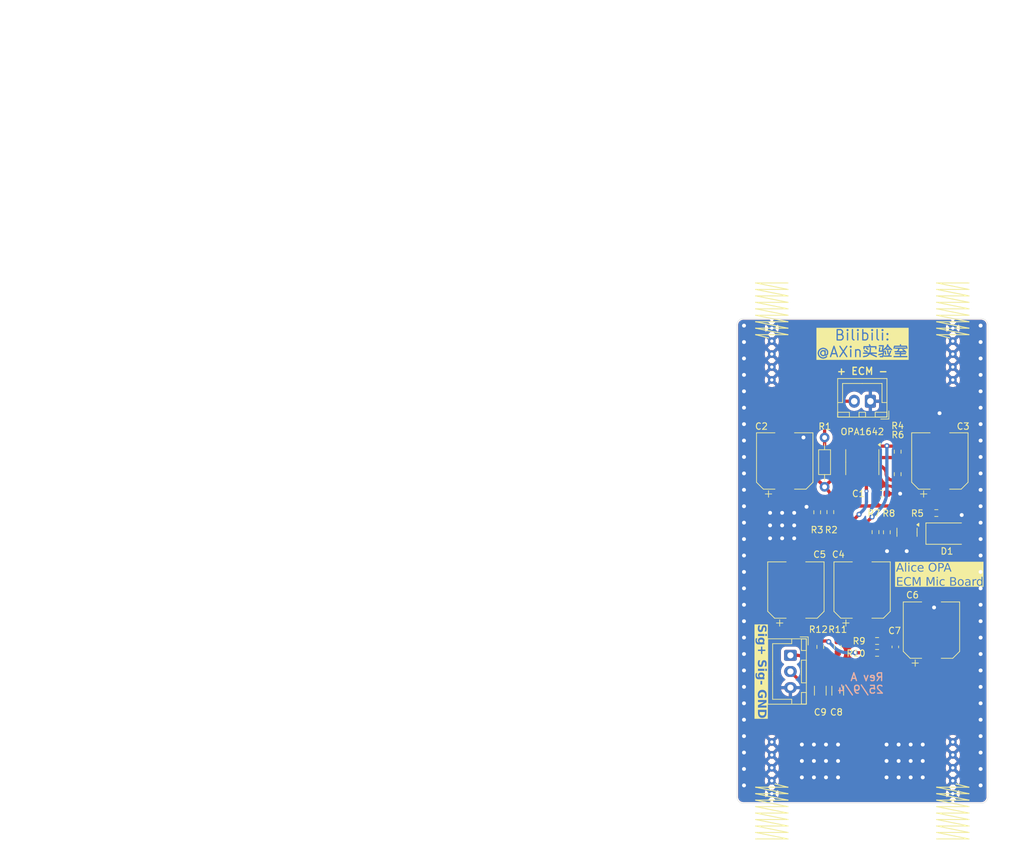
<source format=kicad_pcb>
(kicad_pcb (version 20241229) (generator "pcbnew") (generator_version "9.0")
  (title_block (title "OPA_Alice_ECM_Microphone") (date "2025-09-05") (rev "V1.0") (company "AXin实验室"))
  (layers (0 "F.Cu" signal) (2 "B.Cu" signal) (13 "F.Paste" user) (15 "B.Paste" user) (5 "F.SilkS" user "F.Silkscreen") (7 "B.SilkS" user "B.Silkscreen") (1 "F.Mask" user) (3 "B.Mask" user) (25 "Edge.Cuts" user))
  (net 0 "")
  (net 1 "+12V")
  (net 2 "GNDREF")
  (net 3 "GND")
  (net 4 "Net-(C4-Pad1)")
  (net 5 "/Signal_Output_+")
  (net 6 "Net-(C5-Pad1)")
  (net 7 "/Signal_Output_-")
  (net 8 "VCC")
  (net 9 "/XLR_2")
  (net 10 "/XLR_3")
  (net 11 "Net-(U1B--)")
  (net 12 "Net-(U2-REF)")
  (net 13 "Net-(MK1-+)")
  (footprint "Connector_JST:JST_XH_B3B-XH-A_1x03_P2.50mm_Vertical" (layer "F.Cu") (at 123.4825 102.8 -90)
    (property "Reference" "J1" (hide yes))
    (property "Value" "XLR")
    (pad "1" thru_hole roundrect (at 0 0 270) (size 1.7 1.95) (drill 0.95) (layers "*.Cu" "*.Mask") (roundrect_rratio 0.147059) (net 10 "/XLR_3"))
    (pad "2" thru_hole oval (at 2.5 0 270) (size 1.7 1.95) (drill 0.95) (layers "*.Cu" "*.Mask") (net 9 "/XLR_2"))
    (pad "3" thru_hole oval (at 5 0 270) (size 1.7 1.95) (drill 0.95) (layers "*.Cu" "*.Mask") (net 3 "GND"))
  )
  (footprint "Diode_SMD:D_SMA" (layer "F.Cu") (at 147.945 83.971)
    (property "Reference" "D1" (at -0.254 2.729 0) (layer "F.SilkS"))
    (property "Value" "12V")
    (pad "1" smd roundrect (at -2.000001 0) (size 2.5 1.8) (layers "F.Cu" "F.Mask" "F.Paste") (roundrect_rratio 0.1388888889) (net 8 "VCC"))
    (pad "2" smd roundrect (at 2.000001 0) (size 2.5 1.8) (layers "F.Cu" "F.Mask" "F.Paste") (roundrect_rratio 0.1388888889) (net 3 "GND"))
  )
  (footprint "" (layer "F.Cu") (at 120.6 124.2)
    (property "Reference" "" (at 0 0 0) (layer "F.SilkS") (effects (font (size 1.27 1.27))))
    (property "Value" "")
    (pad "1" thru_hole circle (at 0 0 90) (size 1.2 1.2) (drill 0.5) (layers "*.Cu" "*.Mask") (net 3 "GND"))
  )
  (footprint "" (layer "F.Cu") (at 148.6 52.3)
    (property "Reference" "" (at 0 0 0) (layer "F.SilkS") (effects (font (size 1.27 1.27))))
    (property "Value" "")
    (pad "1" thru_hole circle (at 0 -0.1 90) (size 1.2 1.2) (drill 0.5) (layers "*.Cu" "*.Mask") (net 3 "GND"))
  )
  (footprint "Resistor_SMD:R_0603_1608Metric_Pad0.98x0.95mm_HandSolder" (layer "F.Cu") (at 140.071 74.78 -90)
    (property "Reference" "R6" (at -6.08 -0.029 180) (layer "F.SilkS"))
    (property "Value" "2.2k")
    (pad "1" smd roundrect (at -0.9125 0 270) (size 0.975 0.95) (layers "F.Cu" "F.Mask" "F.Paste") (net 11 "Net-(U1B--)"))
    (pad "2" smd roundrect (at 0.9125 0 270) (size 0.975 0.95) (layers "F.Cu" "F.Mask" "F.Paste") (net 7 "/Signal_Output_-"))
  )
  (footprint "custom_connector:F5-9-0.4直筒内绕平行针_触摸弹簧" (layer "F.Cu") (at 148.6 122.2 -90)
    (property "Reference" "J8" (hide yes))
    (property "Value" "Conn_01x01_Pin")
    (pad "1" thru_hole circle (at 0 0 270) (size 1.2 1.2) (drill 0.5) (layers "*.Cu" "*.Mask") (net 3 "GND"))
  )
  (footprint "" (layer "F.Cu") (at 120.6 58.1)
    (property "Reference" "" (at 0 0 0) (layer "F.SilkS") (effects (font (size 1.27 1.27))))
    (property "Value" "")
    (pad "1" thru_hole circle (at 0 0.1 90) (size 1.2 1.2) (drill 0.5) (layers "*.Cu" "*.Mask") (net 3 "GND"))
  )
  (footprint "" (layer "F.Cu") (at 120.6 60.3)
    (property "Reference" "" (at 0 0 0) (layer "F.SilkS") (effects (font (size 1.27 1.27))))
    (property "Value" "")
    (pad "1" thru_hole circle (at 0 -0.1 90) (size 1.2 1.2) (drill 0.5) (layers "*.Cu" "*.Mask") (net 3 "GND"))
  )
  (footprint "" (layer "F.Cu") (at 120.6 116.3)
    (property "Reference" "" (at 0 0 0) (layer "F.SilkS") (effects (font (size 1.27 1.27))))
    (property "Value" "")
    (pad "1" thru_hole circle (at 0 -0.1 90) (size 1.2 1.2) (drill 0.5) (layers "*.Cu" "*.Mask") (net 3 "GND"))
  )
  (footprint "" (layer "F.Cu") (at 148.6 116.3)
    (property "Reference" "" (at 0 0 0) (layer "F.SilkS") (effects (font (size 1.27 1.27))))
    (property "Value" "")
    (pad "1" thru_hole circle (at 0 -0.1 90) (size 1.2 1.2) (drill 0.5) (layers "*.Cu" "*.Mask") (net 3 "GND"))
  )
  (footprint "custom_connector:F5-9-0.4直筒内绕平行针_触摸弹簧" (layer "F.Cu") (at 148.6 54.2 90)
    (property "Reference" "J7" (hide yes))
    (property "Value" "Conn_01x01_Pin")
    (pad "1" thru_hole circle (at 0 0 90) (size 1.2 1.2) (drill 0.5) (layers "*.Cu" "*.Mask") (net 3 "GND"))
  )
  (footprint "Resistor_SMD:R_0603_1608Metric_Pad0.98x0.95mm_HandSolder" (layer "F.Cu") (at 129.657 80.6455 90)
    (property "Reference" "R2" (at -2.7545 0.143 180) (layer "F.SilkS"))
    (property "Value" "47k")
    (pad "1" smd roundrect (at -0.9125 0 90) (size 0.975 0.95) (layers "F.Cu" "F.Mask" "F.Paste") (net 1 "+12V"))
    (pad "2" smd roundrect (at 0.9125 0 90) (size 0.975 0.95) (layers "F.Cu" "F.Mask" "F.Paste") (net 2 "GNDREF"))
  )
  (footprint "custom_connector:F5-9-0.4直筒内绕平行针_触摸弹簧" (layer "F.Cu") (at 120.6 122.2 -90)
    (property "Reference" "J9" (hide yes))
    (property "Value" "Conn_01x01_Pin")
    (pad "1" thru_hole circle (at 0 0 270) (size 1.2 1.2) (drill 0.5) (layers "*.Cu" "*.Mask") (net 3 "GND"))
  )
  (footprint "Resistor_SMD:R_0603_1608Metric_Pad0.98x0.95mm_HandSolder" (layer "F.Cu") (at 130.8 101.5 -90)
    (property "Reference" "R11" (at -2.7 0 0) (layer "F.SilkS"))
    (property "Value" "47")
    (pad "1" smd roundrect (at -0.9125 0 270) (size 0.975 0.95) (layers "F.Cu" "F.Mask" "F.Paste") (net 4 "Net-(C4-Pad1)"))
    (pad "2" smd roundrect (at 0.9125 0 270) (size 0.975 0.95) (layers "F.Cu" "F.Mask" "F.Paste") (net 9 "/XLR_2"))
  )
  (footprint "Package_SO:SOIC-8_3.9x4.9mm_P1.27mm" (layer "F.Cu") (at 134.6 72.922 -90)
    (property "Reference" "U1" (hide yes))
    (property "Value" "OPA1642AIDR")
    (pad "1" smd roundrect (at -2.475 -1.905 270) (size 1.95 0.6) (layers "F.Cu" "F.Mask" "F.Paste") (net 5 "/Signal_Output_+"))
    (pad "2" smd roundrect (at -2.475 -0.635 270) (size 1.95 0.6) (layers "F.Cu" "F.Mask" "F.Paste") (net 5 "/Signal_Output_+"))
    (pad "3" smd roundrect (at -2.475 0.635 270) (size 1.95 0.6) (layers "F.Cu" "F.Mask" "F.Paste") (net 13 "Net-(MK1-+)"))
    (pad "4" smd roundrect (at -2.475 1.905 270) (size 1.95 0.6) (layers "F.Cu" "F.Mask" "F.Paste") (net 3 "GND"))
    (pad "5" smd roundrect (at 2.475 1.905 270) (size 1.95 0.6) (layers "F.Cu" "F.Mask" "F.Paste") (net 2 "GNDREF"))
    (pad "6" smd roundrect (at 2.475 0.635 270) (size 1.95 0.6) (layers "F.Cu" "F.Mask" "F.Paste") (net 11 "Net-(U1B--)"))
    (pad "7" smd roundrect (at 2.475 -0.635 270) (size 1.95 0.6) (layers "F.Cu" "F.Mask" "F.Paste") (net 7 "/Signal_Output_-"))
    (pad "8" smd roundrect (at 2.475 -1.905 270) (size 1.95 0.6) (layers "F.Cu" "F.Mask" "F.Paste") (net 1 "+12V"))
  )
  (footprint "Resistor_THT:R_Axial_DIN0204_L3.6mm_D1.6mm_P7.62mm_Horizontal" (layer "F.Cu") (at 128.768 69.112 -90)
    (property "Reference" "R1" (at -1.712 -0.032 180) (layer "F.SilkS"))
    (property "Value" "1G")
    (pad "1" thru_hole circle (at 0 0 270) (size 1.5 1.5) (drill 0.75) (layers "*.Cu" "*.Mask") (net 13 "Net-(MK1-+)"))
    (pad "2" thru_hole circle (at 7.62 0 270) (size 1.5 1.5) (drill 0.75) (layers "*.Cu" "*.Mask") (net 2 "GNDREF"))
  )
  (footprint "Resistor_SMD:R_0603_1608Metric_Pad0.98x0.95mm_HandSolder" (layer "F.Cu") (at 136.8875 100.58)
    (property "Reference" "R9" (at -2.7875 0.02 0) (layer "F.SilkS"))
    (property "Value" "2.2k")
    (pad "1" smd roundrect (at -0.9125 0) (size 0.975 0.95) (layers "F.Cu" "F.Mask" "F.Paste") (net 4 "Net-(C4-Pad1)"))
    (pad "2" smd roundrect (at 0.9125 0) (size 0.975 0.95) (layers "F.Cu" "F.Mask" "F.Paste") (net 8 "VCC"))
  )
  (footprint "" (layer "F.Cu") (at 148.6 118.6)
    (property "Reference" "" (at 0 0 0) (layer "F.SilkS") (effects (font (size 1.27 1.27))))
    (property "Value" "")
    (pad "1" thru_hole circle (at 0 -0.4 90) (size 1.2 1.2) (drill 0.5) (layers "*.Cu" "*.Mask") (net 3 "GND"))
  )
  (footprint "Resistor_SMD:R_0603_1608Metric_Pad0.98x0.95mm_HandSolder" (layer "F.Cu") (at 140.071 71.3 -90)
    (property "Reference" "R4" (at -4 0 180) (layer "F.SilkS"))
    (property "Value" "2.2k")
    (pad "1" smd roundrect (at -0.9125 0 270) (size 0.975 0.95) (layers "F.Cu" "F.Mask" "F.Paste") (net 5 "/Signal_Output_+"))
    (pad "2" smd roundrect (at 0.9125 0 270) (size 0.975 0.95) (layers "F.Cu" "F.Mask" "F.Paste") (net 11 "Net-(U1B--)"))
  )
  (footprint "Capacitor_SMD:C_0603_1608Metric_Pad1.08x0.95mm_HandSolder" (layer "F.Cu") (at 137.5575 77.796 180)
    (property "Reference" "C1" (at 3.5575 -0.004 0) (layer "F.SilkS"))
    (property "Value" "0.1uF")
    (pad "1" smd roundrect (at -0.8625 0 180) (size 1.075 0.95) (layers "F.Cu" "F.Mask" "F.Paste") (net 3 "GND"))
    (pad "2" smd roundrect (at 0.8625 0 180) (size 1.075 0.95) (layers "F.Cu" "F.Mask" "F.Paste") (net 1 "+12V"))
  )
  (footprint "Connector_JST:JST_XH_B2B-XH-A_1x02_P2.50mm_Vertical" (layer "F.Cu") (at 135.85 63.5 180)
    (property "Reference" "MK1" (hide yes))
    (property "Value" "ECM")
    (pad "1" thru_hole roundrect (at 0 0 180) (size 1.7 2) (drill 1) (layers "*.Cu" "*.Mask") (roundrect_rratio 0.147059) (net 3 "GND"))
    (pad "2" thru_hole oval (at 2.5 0 180) (size 1.7 2) (drill 1) (layers "*.Cu" "*.Mask") (net 13 "Net-(MK1-+)"))
  )
  (footprint "custom_connector:F5-9-0.4直筒内绕平行针_触摸弹簧" (layer "F.Cu") (at 120.6 54.2 90)
    (property "Reference" "J6" (hide yes))
    (property "Value" "Conn_01x01_Pin")
    (pad "1" thru_hole circle (at 0 0 90) (size 1.2 1.2) (drill 0.5) (layers "*.Cu" "*.Mask") (net 3 "GND"))
  )
  (footprint "" (layer "F.Cu") (at 148.6 120.7)
    (property "Reference" "" (at 0 0 0) (layer "F.SilkS") (effects (font (size 1.27 1.27))))
    (property "Value" "")
    (pad "1" thru_hole circle (at 0 -0.5 90) (size 1.2 1.2) (drill 0.5) (layers "*.Cu" "*.Mask") (net 3 "GND"))
  )
  (footprint "" (layer "F.Cu") (at 148.6 58.1)
    (property "Reference" "" (at 0 0 0) (layer "F.SilkS") (effects (font (size 1.27 1.27))))
    (property "Value" "")
    (pad "1" thru_hole circle (at 0 0.1 90) (size 1.2 1.2) (drill 0.5) (layers "*.Cu" "*.Mask") (net 3 "GND"))
  )
  (footprint "" (layer "F.Cu") (at 120.6 56.4)
    (property "Reference" "" (at 0 0 0) (layer "F.SilkS") (effects (font (size 1.27 1.27))))
    (property "Value" "")
    (pad "1" thru_hole circle (at 0 -0.2 90) (size 1.2 1.2) (drill 0.5) (layers "*.Cu" "*.Mask") (net 3 "GND"))
  )
  (footprint "Capacitor_SMD:CP_Elec_8x10.5" (layer "F.Cu") (at 145.2975 98.8975 90)
    (property "Reference" "C6" (at 5.426 -2.935 180) (layer "F.SilkS"))
    (property "Value" "47uF")
    (pad "1" smd roundrect (at -3.7 0 90) (size 4.4 2.5) (layers "F.Cu" "F.Mask" "F.Paste") (roundrect_rratio 0.1) (net 8 "VCC"))
    (pad "2" smd roundrect (at 3.7 0 90) (size 4.4 2.5) (layers "F.Cu" "F.Mask" "F.Paste") (roundrect_rratio 0.1) (net 3 "GND"))
  )
  (footprint "" (layer "F.Cu") (at 120.6 52)
    (property "Reference" "" (at 0 0 0) (layer "F.SilkS") (effects (font (size 1.27 1.27))))
    (property "Value" "")
    (pad "1" thru_hole circle (at 0 0.2 90) (size 1.2 1.2) (drill 0.5) (layers "*.Cu" "*.Mask") (net 3 "GND"))
  )
  (footprint "Resistor_SMD:R_0603_1608Metric_Pad0.98x0.95mm_HandSolder" (layer "F.Cu") (at 127.625 80.669 90)
    (property "Reference" "R3" (at -2.731 -0.025 180) (layer "F.SilkS"))
    (property "Value" "47k")
    (pad "1" smd roundrect (at -0.9125 0 90) (size 0.975 0.95) (layers "F.Cu" "F.Mask" "F.Paste") (net 2 "GNDREF"))
    (pad "2" smd roundrect (at 0.9125 0 90) (size 0.975 0.95) (layers "F.Cu" "F.Mask" "F.Paste") (net 3 "GND"))
  )
  (footprint "Capacitor_SMD:CP_Elec_8x10.5" (layer "F.Cu") (at 124.33 92.7 90)
    (property "Reference" "C5" (at 5.5 3.67 180) (layer "F.SilkS"))
    (property "Value" "47uF")
    (pad "1" smd roundrect (at -3.7 0 90) (size 4.4 2.5) (layers "F.Cu" "F.Mask" "F.Paste") (roundrect_rratio 0.1) (net 6 "Net-(C5-Pad1)"))
    (pad "2" smd roundrect (at 3.7 0 90) (size 4.4 2.5) (layers "F.Cu" "F.Mask" "F.Paste") (roundrect_rratio 0.1) (net 7 "/Signal_Output_-"))
  )
  (footprint "" (layer "F.Cu") (at 120.6 118.6)
    (property "Reference" "" (at 0 0 0) (layer "F.SilkS") (effects (font (size 1.27 1.27))))
    (property "Value" "")
    (pad "1" thru_hole circle (at 0 -0.4 90) (size 1.2 1.2) (drill 0.5) (layers "*.Cu" "*.Mask") (net 3 "GND"))
  )
  (footprint "Capacitor_SMD:C_0603_1608Metric_Pad1.08x0.95mm_HandSolder" (layer "F.Cu") (at 139.7095 101.5 -90)
    (property "Reference" "C7" (at -2.5 0.1095 180) (layer "F.SilkS") (effects (font (thickness 0.15) (bold yes))))
    (property "Value" "0.1uF")
    (pad "1" smd roundrect (at -0.8625 0 270) (size 1.075 0.95) (layers "F.Cu" "F.Mask" "F.Paste") (net 3 "GND"))
    (pad "2" smd roundrect (at 0.8625 0 270) (size 1.075 0.95) (layers "F.Cu" "F.Mask" "F.Paste") (net 8 "VCC"))
  )
  (footprint "Resistor_SMD:R_0603_1608Metric_Pad0.98x0.95mm_HandSolder" (layer "F.Cu") (at 128.1 101.5 -90)
    (property "Reference" "R12" (at -2.7 0.3 180) (layer "F.SilkS"))
    (property "Value" "47")
    (pad "1" smd roundrect (at -0.9125 0 270) (size 0.975 0.95) (layers "F.Cu" "F.Mask" "F.Paste") (net 6 "Net-(C5-Pad1)"))
    (pad "2" smd roundrect (at 0.9125 0 270) (size 0.975 0.95) (layers "F.Cu" "F.Mask" "F.Paste") (net 10 "/XLR_3"))
  )
  (footprint "" (layer "F.Cu") (at 120.6 120.7)
    (property "Reference" "" (at 0 0 0) (layer "F.SilkS") (effects (font (size 1.27 1.27))))
    (property "Value" "")
    (pad "1" thru_hole circle (at 0 -0.5 90) (size 1.2 1.2) (drill 0.5) (layers "*.Cu" "*.Mask") (net 3 "GND"))
  )
  (footprint "" (layer "F.Cu") (at 148.6 56.4)
    (property "Reference" "" (at 0 0 0) (layer "F.SilkS") (effects (font (size 1.27 1.27))))
    (property "Value" "")
    (pad "1" thru_hole circle (at 0 -0.2 90) (size 1.2 1.2) (drill 0.5) (layers "*.Cu" "*.Mask") (net 3 "GND"))
  )
  (footprint "Resistor_SMD:R_0603_1608Metric_Pad0.98x0.95mm_HandSolder" (layer "F.Cu") (at 146.05 80.796)
    (property "Reference" "R5" (at -2.931 0.048 0) (layer "F.SilkS"))
    (property "Value" "200")
    (pad "1" smd roundrect (at -0.9125 0) (size 0.975 0.95) (layers "F.Cu" "F.Mask" "F.Paste") (net 8 "VCC"))
    (pad "2" smd roundrect (at 0.9125 0) (size 0.975 0.95) (layers "F.Cu" "F.Mask" "F.Paste") (net 1 "+12V"))
  )
  (footprint "Capacitor_SMD:C_1206_3216Metric_Pad1.33x1.80mm_HandSolder" (layer "F.Cu") (at 130.8 108.27 -90)
    (property "Reference" "C8" (at 3.33 0.2 180) (layer "F.SilkS"))
    (property "Value" "22nF")
    (pad "1" smd roundrect (at -1.5625 0 270) (size 1.325 1.8) (layers "F.Cu" "F.Mask" "F.Paste") (roundrect_rratio 0.188679) (net 9 "/XLR_2"))
    (pad "2" smd roundrect (at 1.5625 0 270) (size 1.325 1.8) (layers "F.Cu" "F.Mask" "F.Paste") (roundrect_rratio 0.188679) (net 3 "GND"))
  )
  (footprint "" (layer "F.Cu") (at 148.6 124.5)
    (property "Reference" "" (at 0 0 0) (layer "F.SilkS") (effects (font (size 1.27 1.27))))
    (property "Value" "")
    (pad "1" thru_hole circle (at 0 -0.3 90) (size 1.2 1.2) (drill 0.5) (layers "*.Cu" "*.Mask") (net 3 "GND"))
  )
  (footprint "Capacitor_SMD:CP_Elec_8x10.5" (layer "F.Cu") (at 122.6 72.739 90)
    (property "Reference" "C2" (at 5.357 -3.6 180) (layer "F.SilkS"))
    (property "Value" "47uF")
    (pad "1" smd roundrect (at -3.7 0 90) (size 4.4 2.5) (layers "F.Cu" "F.Mask" "F.Paste") (roundrect_rratio 0.1) (net 2 "GNDREF"))
    (pad "2" smd roundrect (at 3.7 0 90) (size 4.4 2.5) (layers "F.Cu" "F.Mask" "F.Paste") (roundrect_rratio 0.1) (net 3 "GND"))
  )
  (footprint "Resistor_SMD:R_0603_1608Metric_Pad0.98x0.95mm_HandSolder" (layer "F.Cu") (at 138.397 83.764 -90)
    (property "Reference" "R8" (at -2.92 -0.303 180) (layer "F.SilkS"))
    (property "Value" "10k")
    (pad "1" smd roundrect (at -0.9125 0 270) (size 0.975 0.95) (layers "F.Cu" "F.Mask" "F.Paste") (net 12 "Net-(U2-REF)"))
    (pad "2" smd roundrect (at 0.9125 0 270) (size 0.975 0.95) (layers "F.Cu" "F.Mask" "F.Paste") (net 3 "GND"))
  )
  (footprint "Capacitor_SMD:C_1206_3216Metric_Pad1.33x1.80mm_HandSolder" (layer "F.Cu") (at 128.1 108.27 -90)
    (property "Reference" "C9" (at 3.33 0 180) (layer "F.SilkS"))
    (property "Value" "22nF")
    (pad "1" smd roundrect (at -1.5625 0 270) (size 1.325 1.8) (layers "F.Cu" "F.Mask" "F.Paste") (roundrect_rratio 0.188679) (net 10 "/XLR_3"))
    (pad "2" smd roundrect (at 1.5625 0 270) (size 1.325 1.8) (layers "F.Cu" "F.Mask" "F.Paste") (roundrect_rratio 0.188679) (net 3 "GND"))
  )
  (footprint "Package_TO_SOT_SMD:SOT-23" (layer "F.Cu") (at 141.51575 83.764 -90)
    (property "Reference" "U2" (hide yes))
    (property "Value" "TL431DBZ")
    (pad "1" smd roundrect (at -0.9375 -0.95 270) (size 1.475 0.6) (layers "F.Cu" "F.Mask" "F.Paste") (net 8 "VCC"))
    (pad "2" smd roundrect (at -0.9375 0.95 270) (size 1.475 0.6) (layers "F.Cu" "F.Mask" "F.Paste") (net 12 "Net-(U2-REF)"))
    (pad "3" smd roundrect (at 0.937501 0 270) (size 1.475 0.6) (layers "F.Cu" "F.Mask" "F.Paste") (net 3 "GND"))
  )
  (footprint "Capacitor_SMD:CP_Elec_8x10.5" (layer "F.Cu") (at 134.57 92.7 90)
    (property "Reference" "C4" (at 5.5 -3.67 180) (layer "F.SilkS"))
    (property "Value" "47uF")
    (pad "1" smd roundrect (at -3.7 0 90) (size 4.4 2.5) (layers "F.Cu" "F.Mask" "F.Paste") (roundrect_rratio 0.1) (net 4 "Net-(C4-Pad1)"))
    (pad "2" smd roundrect (at 3.7 0 90) (size 4.4 2.5) (layers "F.Cu" "F.Mask" "F.Paste") (roundrect_rratio 0.1) (net 5 "/Signal_Output_+"))
  )
  (footprint "" (layer "F.Cu") (at 148.6 60.3)
    (property "Reference" "" (at 0 0 0) (layer "F.SilkS") (effects (font (size 1.27 1.27))))
    (property "Value" "")
    (pad "1" thru_hole circle (at 0 -0.1 90) (size 1.2 1.2) (drill 0.5) (layers "*.Cu" "*.Mask") (net 3 "GND"))
  )
  (footprint "Capacitor_SMD:CP_Elec_8x10.5" (layer "F.Cu") (at 146.6 72.739 90)
    (property "Reference" "C3" (at 5.357 3.6 180) (layer "F.SilkS"))
    (property "Value" "47uF")
    (pad "1" smd roundrect (at -3.7 0 90) (size 4.4 2.5) (layers "F.Cu" "F.Mask" "F.Paste") (roundrect_rratio 0.1) (net 1 "+12V"))
    (pad "2" smd roundrect (at 3.7 0 90) (size 4.4 2.5) (layers "F.Cu" "F.Mask" "F.Paste") (roundrect_rratio 0.1) (net 3 "GND"))
  )
  (footprint "Resistor_SMD:R_0603_1608Metric_Pad0.98x0.95mm_HandSolder" (layer "F.Cu") (at 136.642 83.7405 -90)
    (property "Reference" "R7" (at -2.8965 0.254 180) (layer "F.SilkS"))
    (property "Value" "38k")
    (pad "1" smd roundrect (at -0.9125 0 270) (size 0.975 0.95) (layers "F.Cu" "F.Mask" "F.Paste") (net 8 "VCC"))
    (pad "2" smd roundrect (at 0.9125 0 270) (size 0.975 0.95) (layers "F.Cu" "F.Mask" "F.Paste") (net 12 "Net-(U2-REF)"))
  )
  (footprint "Resistor_SMD:R_0603_1608Metric_Pad0.98x0.95mm_HandSolder" (layer "F.Cu") (at 136.8875 102.42)
    (property "Reference" "R10" (at -3.26369 0.08 0) (layer "F.SilkS"))
    (property "Value" "2.2k")
    (pad "1" smd roundrect (at -0.9125 0) (size 0.975 0.95) (layers "F.Cu" "F.Mask" "F.Paste") (net 6 "Net-(C5-Pad1)"))
    (pad "2" smd roundrect (at 0.9125 0) (size 0.975 0.95) (layers "F.Cu" "F.Mask" "F.Paste") (net 8 "VCC"))
  )
  (gr_line (start 153 125.7) (end 116.2 125.7) (stroke (width 0.05)) (layer "Edge.Cuts"))
  (gr_line (start 116.2 50.7) (end 153 50.7) (stroke (width 0.05)) (layer "Edge.Cuts"))
  (gr_arc (start 153 50.7) (mid 153.707107 50.992893) (end 154 51.7) (stroke (width 0.05)) (layer "Edge.Cuts"))
  (gr_arc (start 154 124.7) (mid 153.707107 125.407107) (end 153 125.7) (stroke (width 0.05)) (layer "Edge.Cuts"))
  (gr_line (start 154 51.7) (end 154 124.7) (stroke (width 0.05)) (layer "Edge.Cuts"))
  (gr_arc (start 115.2 51.7) (mid 115.492893 50.992893) (end 116.2 50.7) (stroke (width 0.05)) (layer "Edge.Cuts"))
  (gr_arc (start 116.2 125.7) (mid 115.492893 125.407107) (end 115.2 124.7) (stroke (width 0.05)) (layer "Edge.Cuts"))
  (gr_line (start 115.2 124.7) (end 115.2 51.7) (stroke (width 0.05)) (layer "Edge.Cuts"))
  (gr_text "Alice OPA\nECM Mic Board\n" (at 139.8 90.4 0) (layer "F.SilkS" knockout) (effects (font (size 1.3 1.3)) (justify left)))
  (gr_text "Sig+ Sig- GND" (at 119 105.3 270) (layer "F.SilkS" knockout) (effects (font (size 1.3 1.3) (thickness 0.2) (bold yes))))
  (gr_text "+ ECM -" (at 134.6 59.5 0) (layer "F.SilkS") (effects (font (size 1.11 1.11) (thickness 0.2)) (justify bottom)))
  (gr_text "Bilibili:\n@AXin实验室" (at 134.6 56.8 0) (layer "F.SilkS" knockout) (effects (font (size 1.6 1.6) (thickness 0.2)) (justify bottom)))
  (gr_text "OPA1642" (at 134.6 68.8 0) (layer "F.SilkS") (effects (font (size 1 1)) (justify bottom)))
  (gr_text "Rev A\n25/9/4" (at 138 108.8 0) (layer "B.SilkS") (effects (font (size 1.2 1.2) (thickness 0.2) (bold yes)) (justify left bottom mirror)))
  (segment (start 138.891 79.701) (end 137.6475 79.701) (width 0.508) (layer "F.Cu") (net 1))
  (segment (start 145.4745 76.439) (end 146.6 76.439) (width 0.508) (layer "F.Cu") (net 1))
  (segment (start 146.9625 80.796) (end 146.9625 76.8015) (width 0.508) (layer "F.Cu") (net 1))
  (segment (start 130.443 81.558) (end 129.657 81.558) (width 0.508) (layer "F.Cu") (net 1))
  (segment (start 136.695 78.7485) (end 136.695 77.796) (width 0.508) (layer "F.Cu") (net 1))
  (segment (start 136.505 75.397) (end 136.505 77.606) (width 0.508) (layer "F.Cu") (net 1))
  (segment (start 135.7425 79.701) (end 137.6475 79.701) (width 0.508) (layer "F.Cu") (net 1))
  (segment (start 132.1575 80.6295) (end 131.784785 81.002214) (width 0.508) (layer "F.Cu") (net 1))
  (segment (start 135.7425 79.701) (end 134.399097 79.701) (width 0.508) (layer "F.Cu") (net 1))
  (segment (start 143.553151 77.234848) (end 142.639806 78.148193) (width 0.508) (layer "F.Cu") (net 1))
  (arc (start 130.443 81.558) (mid 131.169169 81.413555) (end 131.784785 81.002214) (width 0.508) (layer "F.Cu") (net 1))
  (arc (start 134.399097 79.701) (mid 133.185953 79.942309) (end 132.1575 80.6295) (width 0.508) (layer "F.Cu") (net 1))
  (arc (start 135.7425 79.701) (mid 136.416019 79.422019) (end 136.695 78.7485) (width 0.508) (layer "F.Cu") (net 1))
  (arc (start 142.639806 78.148193) (mid 140.919839 79.297438) (end 138.891 79.701) (width 0.508) (layer "F.Cu") (net 1))
  (arc (start 143.553151 77.234848) (mid 144.434673 76.645834) (end 145.4745 76.439) (width 0.508) (layer "F.Cu") (net 1))
  (arc (start 136.695 78.7485) (mid 136.97398 79.422019) (end 137.6475 79.701) (width 0.508) (layer "F.Cu") (net 1))
  (segment (start 126.494133 75.4) (end 123.639 75.4) (width 0.508) (layer "F.Cu") (net 2))
  (segment (start 129.657 79.733) (end 127.8085 81.5815) (width 0.508) (layer "F.Cu") (net 2))
  (segment (start 129.657 79.733) (end 129.657 78.249617) (width 0.508) (layer "F.Cu") (net 2))
  (segment (start 131.046987 75.397) (end 132.695 75.397) (width 0.508) (layer "F.Cu") (net 2))
  (segment (start 128.102 76.066) (end 128.768 76.732) (width 0.508) (layer "F.Cu") (net 2))
  (segment (start 129.4355 76.0645) (end 129.2125 76.2875) (width 0.508) (layer "F.Cu") (net 2))
  (arc (start 129.657 78.249617) (mid 129.541478 77.66885) (end 129.2125 77.1765) (width 0.508) (layer "F.Cu") (net 2))
  (arc (start 128.102 76.066) (mid 127.364304 75.573087) (end 126.494133 75.4) (width 0.508) (layer "F.Cu") (net 2))
  (arc (start 131.046987 75.397) (mid 130.174856 75.570477) (end 129.4355 76.0645) (width 0.508) (layer "F.Cu") (net 2))
  (arc (start 129.2125 76.2875) (mid 129.028382 76.732) (end 129.2125 77.1765) (width 0.508) (layer "F.Cu") (net 2))
  (segment (start 141.51575 86.604485) (end 141.51575 84.701501) (width 0.508) (layer "F.Cu") (net 3))
  (segment (start 146.574 65.376) (end 146.548 65.35) (width 0.508) (layer "F.Cu") (net 3))
  (segment (start 141.468 86.686) (end 141.491875 86.662125) (width 0.508) (layer "F.Cu") (net 3))
  (segment (start 146.6 65.438769) (end 146.6 69.039) (width 0.508) (layer "F.Cu") (net 3))
  (segment (start 125.974 79.828) (end 126.00975 79.79225) (width 0.508) (layer "F.Cu") (net 3))
  (segment (start 138.4085 86.6745) (end 138.42 86.686) (width 0.508) (layer "F.Cu") (net 3))
  (segment (start 126.096058 79.7565) (end 127.625 79.7565) (width 0.508) (layer "F.Cu") (net 3))
  (segment (start 138.397 86.646736) (end 138.397 84.6765) (width 0.508) (layer "F.Cu") (net 3))
  (segment (start 149.977 81.098) (end 149.961 81.113999) (width 0.508) (layer "F.Cu") (net 3))
  (segment (start 125.5 69.1) (end 122.704133 69.1) (width 0.508) (layer "F.Cu") (net 3))
  (segment (start 149.945001 81.152625) (end 149.945001 83.971) (width 1) (layer "F.Cu") (net 3))
  (segment (start 140.452 77.796) (end 138.42 77.796) (width 0.508) (layer "F.Cu") (net 3))
  (via (at 152.9 122.92) (size 1.2) (drill 0.6) (layers "F.Cu" "B.Cu") (net 3))
  (via (at 116.3 82.28) (size 1.2) (drill 0.6) (layers "F.Cu" "B.Cu") (net 3))
  (via (at 142.083333 121.68) (size 1.2) (drill 0.6) (layers "F.Cu" "B.Cu") (net 3))
  (via (at 152.9 115.3) (size 1.2) (drill 0.6) (layers "F.Cu" "B.Cu") (net 3))
  (via (at 125.5 69.1) (size 1.2) (drill 0.6) (layers "F.Cu" "B.Cu") (net 3))
  (via (at 116.3 67.04) (size 1.2) (drill 0.6) (layers "F.Cu" "B.Cu") (net 3))
  (via (at 152.9 102.6) (size 1.2) (drill 0.6) (layers "F.Cu" "B.Cu") (net 3))
  (via (at 116.3 77.2) (size 1.2) (drill 0.6) (layers "F.Cu" "B.Cu") (net 3))
  (via (at 152.9 94.98) (size 1.2) (drill 0.6) (layers "F.Cu" "B.Cu") (net 3))
  (via (at 130.849999 119.14) (size 1.2) (drill 0.6) (layers "F.Cu" "B.Cu") (net 3))
  (via (at 152.9 59.42) (size 1.2) (drill 0.6) (layers "F.Cu" "B.Cu") (net 3))
  (via (at 125.974 79.828) (size 1.2) (drill 0.6) (layers "F.Cu" "B.Cu") (net 3))
  (via (at 116.3 87.36) (size 1.2) (drill 0.6) (layers "F.Cu" "B.Cu") (net 3))
  (via (at 138.35 116.6) (size 1.2) (drill 0.6) (layers "F.Cu" "B.Cu") (net 3))
  (via (at 127.116666 121.68) (size 1.2) (drill 0.6) (layers "F.Cu" "B.Cu") (net 3))
  (via (at 116.3 72.12) (size 1.2) (drill 0.6) (layers "F.Cu" "B.Cu") (net 3))
  (via (at 120.333333 84.7) (size 1.2) (drill 0.6) (layers "F.Cu" "B.Cu") (net 3))
  (via (at 152.9 54.34) (size 1.2) (drill 0.6) (layers "F.Cu" "B.Cu") (net 3))
  (via (at 116.3 51.8) (size 1.2) (drill 0.6) (layers "F.Cu" "B.Cu") (net 3))
  (via (at 138.35 119.14) (size 1.2) (drill 0.6) (layers "F.Cu" "B.Cu") (net 3))
  (via (at 152.9 112.76) (size 1.2) (drill 0.6) (layers "F.Cu" "B.Cu") (net 3))
  (via (at 116.3 54.34) (size 1.2) (drill 0.6) (layers "F.Cu" "B.Cu") (net 3))
  (via (at 116.3 97.52) (size 1.2) (drill 0.6) (layers "F.Cu" "B.Cu") (net 3))
  (via (at 127.116666 119.14) (size 1.2) (drill 0.6) (layers "F.Cu" "B.Cu") (net 3))
  (via (at 143.95 116.6) (size 1.2) (drill 0.6) (layers "F.Cu" "B.Cu") (net 3))
  (via (at 152.9 97.52) (size 1.2) (drill 0.6) (layers "F.Cu" "B.Cu") (net 3))
  (via (at 116.3 61.96) (size 1.2) (drill 0.6) (layers "F.Cu" "B.Cu") (net 3))
  (via (at 116.3 94.98) (size 1.2) (drill 0.6) (layers "F.Cu" "B.Cu") (net 3))
  (via (at 116.3 102.6) (size 1.2) (drill 0.6) (layers "F.Cu" "B.Cu") (net 3))
  (via (at 152.9 120.38) (size 1.2) (drill 0.6) (layers "F.Cu" "B.Cu") (net 3))
  (via (at 143.95 119.14) (size 1.2) (drill 0.6) (layers "F.Cu" "B.Cu") (net 3))
  (via (at 152.9 117.84) (size 1.2) (drill 0.6) (layers "F.Cu" "B.Cu") (net 3))
  (via (at 116.3 107.68) (size 1.2) (drill 0.6) (layers "F.Cu" "B.Cu") (net 3))
  (via (at 116.3 105.14) (size 1.2) (drill 0.6) (layers "F.Cu" "B.Cu") (net 3))
  (via (at 116.3 69.58) (size 1.2) (drill 0.6) (layers "F.Cu" "B.Cu") (net 3))
  (via (at 152.9 67.04) (size 1.2) (drill 0.6) (layers "F.Cu" "B.Cu") (net 3))
  (via (at 152.9 92.44) (size 1.2) (drill 0.6) (layers "F.Cu" "B.Cu") (net 3))
  (via (at 152.9 100.06) (size 1.2) (drill 0.6) (layers "F.Cu" "B.Cu") (net 3))
  (via (at 116.3 122.92) (size 1.2) (drill 0.6) (layers "F.Cu" "B.Cu") (net 3))
  (via (at 138.35 121.68) (size 1.2) (drill 0.6) (layers "F.Cu" "B.Cu") (net 3))
  (via (at 152.9 77.2) (size 1.2) (drill 0.6) (layers "F.Cu" "B.Cu") (net 3))
  (via (at 116.3 117.84) (size 1.2) (drill 0.6) (layers "F.Cu" "B.Cu") (net 3))
  (via (at 124.066666 80.76) (size 1.2) (drill 0.6) (layers "F.Cu" "B.Cu") (net 3))
  (via (at 128.983332 116.6) (size 1.2) (drill 0.6) (layers "F.Cu" "B.Cu") (net 3))
  (via (at 141.468 86.686) (size 1.2) (drill 0.6) (layers "F.Cu" "B.Cu") (net 3))
  (via (at 145.7 95.4) (size 1.2) (drill 0.6) (layers "F.Cu" "B.Cu") (net 3))
  (via (at 152.9 110.22) (size 1.2) (drill 0.6) (layers "F.Cu" "B.Cu") (net 3))
  (via (at 130.849999 121.68) (size 1.2) (drill 0.6) (layers "F.Cu" "B.Cu") (net 3))
  (via (at 152.9 64.5) (size 1.2) (drill 0.6) (layers "F.Cu" "B.Cu") (net 3))
  (via (at 120.333333 82.7) (size 1.2) (drill 0.6) (layers "F.Cu" "B.Cu") (net 3))
  (via (at 152.9 105.14) (size 1.2) (drill 0.6) (layers "F.Cu" "B.Cu") (net 3))
  (via (at 122.2 84.7) (size 1.2) (drill 0.6) (layers "F.Cu" "B.Cu") (net 3))
  (via (at 116.3 120.38) (size 1.2) (drill 0.6) (layers "F.Cu" "B.Cu") (net 3))
  (via (at 116.3 110.22) (size 1.2) (drill 0.6) (layers "F.Cu" "B.Cu") (net 3))
  (via (at 122.2 80.76) (size 1.2) (drill 0.6) (layers "F.Cu" "B.Cu") (net 3))
  (via (at 116.3 92.44) (size 1.2) (drill 0.6) (layers "F.Cu" "B.Cu") (net 3))
  (via (at 124.066666 82.7) (size 1.2) (drill 0.6) (layers "F.Cu" "B.Cu") (net 3))
  (via (at 128.983332 121.68) (size 1.2) (drill 0.6) (layers "F.Cu" "B.Cu") (net 3))
  (via (at 120.333333 80.76) (size 1.2) (drill 0.6) (layers "F.Cu" "B.Cu") (net 3))
  (via (at 146.548 65.35) (size 1.2) (drill 0.6) (layers "F.Cu" "B.Cu") (net 3))
  (via (at 152.9 61.96) (size 1.2) (drill 0.6) (layers "F.Cu" "B.Cu") (net 3))
  (via (at 125.249999 116.6) (size 1.2) (drill 0.6) (layers "F.Cu" "B.Cu") (net 3))
  (via (at 140.216667 121.68) (size 1.2) (drill 0.6) (layers "F.Cu" "B.Cu") (net 3))
  (via (at 116.3 84.82) (size 1.2) (drill 0.6) (layers "F.Cu" "B.Cu") (net 3))
  (via (at 116.3 79.74) (size 1.2) (drill 0.6) (layers "F.Cu" "B.Cu") (net 3))
  (via (at 149.977 81.098) (size 1.2) (drill 0.6) (layers "F.Cu" "B.Cu") (net 3))
  (via (at 116.3 74.66) (size 1.2) (drill 0.6) (layers "F.Cu" "B.Cu") (net 3))
  (via (at 152.9 84.82) (size 1.2) (drill 0.6) (layers "F.Cu" "B.Cu") (net 3))
  (via (at 152.9 79.74) (size 1.2) (drill 0.6) (layers "F.Cu" "B.Cu") (net 3))
  (via (at 125.249999 119.14) (size 1.2) (drill 0.6) (layers "F.Cu" "B.Cu") (net 3))
  (via (at 116.3 56.88) (size 1.2) (drill 0.6) (layers "F.Cu" "B.Cu") (net 3))
  (via (at 143.95 121.68) (size 1.2) (drill 0.6) (layers "F.Cu" "B.Cu") (net 3))
  (via (at 152.9 74.66) (size 1.2) (drill 0.6) (layers "F.Cu" "B.Cu") (net 3))
  (via (at 116.3 59.42) (size 1.2) (drill 0.6) (layers "F.Cu" "B.Cu") (net 3))
  (via (at 127.116666 116.6) (size 1.2) (drill 0.6) (layers "F.Cu" "B.Cu") (net 3))
  (via (at 142.083333 116.6) (size 1.2) (drill 0.6) (layers "F.Cu" "B.Cu") (net 3))
  (via (at 152.9 107.68) (size 1.2) (drill 0.6) (layers "F.Cu" "B.Cu") (net 3))
  (via (at 152.9 89.9) (size 1.2) (drill 0.6) (layers "F.Cu" "B.Cu") (net 3))
  (via (at 140.216667 116.6) (size 1.2) (drill 0.6) (layers "F.Cu" "B.Cu") (net 3))
  (via (at 116.3 89.9) (size 1.2) (drill 0.6) (layers "F.Cu" "B.Cu") (net 3))
  (via (at 152.9 87.36) (size 1.2) (drill 0.6) (layers "F.Cu" "B.Cu") (net 3))
  (via (at 138.42 86.686) (size 1.2) (drill 0.6) (layers "F.Cu" "B.Cu") (net 3))
  (via (at 125.249999 121.68) (size 1.2) (drill 0.6) (layers "F.Cu" "B.Cu") (net 3))
  (via (at 122.2 82.7) (size 1.2) (drill 0.6) (layers "F.Cu" "B.Cu") (net 3))
  (via (at 116.3 100.06) (size 1.2) (drill 0.6) (layers "F.Cu" "B.Cu") (net 3))
  (via (at 140.216667 119.14) (size 1.2) (drill 0.6) (layers "F.Cu" "B.Cu") (net 3))
  (via (at 152.9 82.28) (size 1.2) (drill 0.6) (layers "F.Cu" "B.Cu") (net 3))
  (via (at 128.983332 119.14) (size 1.2) (drill 0.6) (layers "F.Cu" "B.Cu") (net 3))
  (via (at 140.452 77.796) (size 1.2) (drill 0.6) (layers "F.Cu" "B.Cu") (net 3))
  (via (at 124.066666 84.7) (size 1.2) (drill 0.6) (layers "F.Cu" "B.Cu") (net 3))
  (via (at 142.083333 119.14) (size 1.2) (drill 0.6) (layers "F.Cu" "B.Cu") (net 3))
  (via (at 152.9 51.8) (size 1.2) (drill 0.6) (layers "F.Cu" "B.Cu") (net 3))
  (via (at 152.9 69.58) (size 1.2) (drill 0.6) (layers "F.Cu" "B.Cu") (net 3))
  (via (at 116.3 115.3) (size 1.2) (drill 0.6) (layers "F.Cu" "B.Cu") (net 3))
  (via (at 152.9 56.88) (size 1.2) (drill 0.6) (layers "F.Cu" "B.Cu") (net 3))
  (via (at 152.9 72.12) (size 1.2) (drill 0.6) (layers "F.Cu" "B.Cu") (net 3))
  (via (at 130.849999 116.6) (size 1.2) (drill 0.6) (layers "F.Cu" "B.Cu") (net 3))
  (via (at 116.3 64.5) (size 1.2) (drill 0.6) (layers "F.Cu" "B.Cu") (net 3))
  (via (at 116.3 112.76) (size 1.2) (drill 0.6) (layers "F.Cu" "B.Cu") (net 3))
  (arc (start 146.6 65.438769) (mid 146.593242 65.404798) (end 146.574 65.376) (width 0.508) (layer "F.Cu") (net 3))
  (arc (start 149.945001 81.152625) (mid 149.949159 81.131721) (end 149.961 81.113999) (width 0.508) (layer "F.Cu") (net 3))
  (arc (start 126.096058 79.7565) (mid 126.049348 79.765791) (end 126.00975 79.79225) (width 0.508) (layer "F.Cu") (net 3))
  (arc (start 138.397 86.646736) (mid 138.399988 86.661761) (end 138.4085 86.6745) (width 0.508) (layer "F.Cu") (net 3))
  (arc (start 141.491875 86.662125) (mid 141.509545 86.635679) (end 141.51575 86.604485) (width 0.508) (layer "F.Cu") (net 3))
  (segment (start 133.635 96.4) (end 134.57 96.4) (width 0.5) (layer "F.Cu") (net 4))
  (segment (start 132.038854 97.061144) (end 131.608753 97.491246) (width 0.5) (layer "F.Cu") (net 4))
  (segment (start 130.8 99.44375) (end 130.8 100.39375) (width 0.5) (layer "F.Cu") (net 4))
  (segment (start 131.182196 100.5875) (end 130.99375 100.5875) (width 0.5) (layer "F.Cu") (net 4))
  (segment (start 131.200303 100.58) (end 135.975 100.58) (width 0.5) (layer "F.Cu") (net 4))
  (arc (start 130.8 100.39375) (mid 130.856748 100.530751) (end 130.99375 100.5875) (width 0.5) (layer "F.Cu") (net 4))
  (arc (start 131.200303 100.58) (mid 131.195403 100.580974) (end 131.19125 100.58375) (width 0.5) (layer "F.Cu") (net 4))
  (arc (start 131.608753 97.491246) (mid 131.010188 98.387062) (end 130.8 99.44375) (width 0.5) (layer "F.Cu") (net 4))
  (arc (start 133.635 96.4) (mid 132.771172 96.571825) (end 132.038854 97.061144) (width 0.5) (layer "F.Cu") (net 4))
  (arc (start 131.19125 100.58375) (mid 131.187096 100.586525) (end 131.182196 100.5875) (width 0.5) (layer "F.Cu") (net 4))
  (segment (start 136.505 70.447) (end 135.235 70.447) (width 0.5) (layer "F.Cu") (net 5))
  (segment (start 139.969427 70.447) (end 136.505 70.447) (width 0.5) (layer "F.Cu") (net 5))
  (segment (start 135.335 82.165) (end 136.1 81.4) (width 0.5) (layer "F.Cu") (net 5))
  (segment (start 134.57 84.011873) (end 134.57 89) (width 0.5) (layer "F.Cu") (net 5))
  (via (at 138.4 70.4) (size 0.8) (drill 0.4) (layers "F.Cu" "B.Cu") (net 5))
  (via (at 136.1 81.4) (size 0.8) (drill 0.4) (layers "F.Cu" "B.Cu") (net 5))
  (arc (start 140.04125 70.41725) (mid 140.008297 70.439268) (end 139.969427 70.447) (width 0.5) (layer "F.Cu") (net 5))
  (arc (start 135.335 82.165) (mid 134.768817 83.012352) (end 134.57 84.011873) (width 0.5) (layer "F.Cu") (net 5))
  (segment (start 138.4 70.4) (end 138.4 77.473654) (width 0.5) (layer "B.Cu") (net 5))
  (segment (start 138.4 70.4) (end 138.4 70.3) (width 0.5) (layer "B.Cu") (net 5))
  (segment (start 136.1 81.4) (end 137.25 80.25) (width 0.5) (layer "B.Cu") (net 5))
  (arc (start 138.4 77.473654) (mid 138.101124 78.976201) (end 137.25 80.25) (width 0.5) (layer "B.Cu") (net 5))
  (segment (start 129.34375 100.64375) (end 129.4 100.7) (width 0.5) (layer "F.Cu") (net 6))
  (segment (start 129.20795 100.5875) (end 128.1 100.5875) (width 0.5) (layer "F.Cu") (net 6))
  (segment (start 126.861144 97.061144) (end 127.291246 97.491246) (width 0.5) (layer "F.Cu") (net 6))
  (segment (start 135.940857 102.4) (end 133.5 102.4) (width 0.5) (layer "F.Cu") (net 6))
  (segment (start 125.265 96.4) (end 124.33 96.4) (width 0.5) (layer "F.Cu") (net 6))
  (segment (start 135.965 102.41) (end 135.975 102.42) (width 0.5) (layer "F.Cu") (net 6))
  (segment (start 128.1 100.5875) (end 128.1 99.44375) (width 0.5) (layer "F.Cu") (net 6))
  (via (at 133.5 102.4) (size 0.8) (drill 0.4) (layers "F.Cu" "B.Cu") (net 6))
  (via (at 129.4 100.7) (size 0.8) (drill 0.4) (layers "F.Cu" "B.Cu") (net 6))
  (arc (start 129.34375 100.64375) (mid 129.281444 100.602118) (end 129.20795 100.5875) (width 0.5) (layer "F.Cu") (net 6))
  (arc (start 127.291246 97.491246) (mid 127.889811 98.387062) (end 128.1 99.44375) (width 0.5) (layer "F.Cu") (net 6))
  (arc (start 126.861144 97.061144) (mid 126.128827 96.571825) (end 125.265 96.4) (width 0.5) (layer "F.Cu") (net 6))
  (arc (start 135.965 102.41) (mid 135.953923 102.402598) (end 135.940857 102.4) (width 0.5) (layer "F.Cu") (net 6))
  (segment (start 133.5 102.4) (end 132.3 102.4) (width 0.5) (layer "B.Cu") (net 6))
  (segment (start 129.4 100.7) (end 130.251471 101.551471) (width 0.5) (layer "B.Cu") (net 6))
  (arc (start 130.251471 101.551471) (mid 131.191344 102.179474) (end 132.3 102.4) (width 0.5) (layer "B.Cu") (net 6))
  (segment (start 135.235 76.496047) (end 135.235 76.986124) (width 0.508) (layer "F.Cu") (net 7))
  (segment (start 139.282268 75.6925) (end 140.071 75.6925) (width 0.508) (layer "F.Cu") (net 7))
  (segment (start 130.299999 87.799999) (end 130.439339 87.66066) (width 0.5) (layer "F.Cu") (net 7))
  (segment (start 127.402943 89) (end 124.33 89) (width 0.5) (layer "F.Cu") (net 7))
  (segment (start 135.235 76.12849) (end 135.235 76.373528) (width 0.508) (layer "F.Cu") (net 7))
  (segment (start 135.235 77.397928) (end 135.235 76.986124) (width 0.508) (layer "F.Cu") (net 7))
  (segment (start 132.56066 82.539339) (end 134.1 81) (width 0.5) (layer "F.Cu") (net 7))
  (segment (start 136.775382 73.351) (end 136.552886 73.351) (width 0.508) (layer "F.Cu") (net 7))
  (segment (start 137.8485 73.7955) (end 137.984347 73.931347) (width 0.508) (layer "F.Cu") (net 7))
  (segment (start 135.235 74.668886) (end 135.235 74.67458) (width 0.508) (layer "F.Cu") (net 7))
  (segment (start 135.24 77.41) (end 135.245 77.415) (width 0.508) (layer "F.Cu") (net 7))
  (segment (start 138.293 74.703231) (end 138.293 74.6765) (width 0.508) (layer "F.Cu") (net 7))
  (segment (start 135.235 76.12849) (end 135.235 76.005971) (width 0.508) (layer "F.Cu") (net 7))
  (segment (start 135.235 76.496047) (end 135.235 76.373528) (width 0.508) (layer "F.Cu") (net 7))
  (via (at 134.1 81) (size 0.8) (drill 0.4) (layers "F.Cu" "B.Cu") (net 7))
  (via (at 135.245 77.415) (size 0.6) (drill 0.3) (layers "F.Cu" "B.Cu") (net 7))
  (arc (start 135.621 73.737) (mid 135.335318 74.164553) (end 135.235 74.668886) (width 0.508) (layer "F.Cu") (net 7))
  (arc (start 135.621 73.737) (mid 136.048553 73.451318) (end 136.552886 73.351) (width 0.508) (layer "F.Cu") (net 7))
  (arc (start 135.24 77.41) (mid 135.236299 77.404461) (end 135.235 77.397928) (width 0.508) (layer "F.Cu") (net 7))
  (arc (start 137.8485 73.7955) (mid 137.356149 73.466521) (end 136.775382 73.351) (width 0.508) (layer "F.Cu") (net 7))
  (arc (start 138.293 74.703231) (mid 138.368303 75.081808) (end 138.58275 75.40275) (width 0.508) (layer "F.Cu") (net 7))
  (arc (start 138.293 74.6765) (mid 138.212783 74.273226) (end 137.984347 73.931347) (width 0.508) (layer "F.Cu") (net 7))
  (arc (start 130.299999 87.799999) (mid 128.970818 88.688129) (end 127.402943 89) (width 0.5) (layer "F.Cu") (net 7))
  (arc (start 131.5 85.1) (mid 131.224343 86.485819) (end 130.439339 87.66066) (width 0.5) (layer "F.Cu") (net 7))
  (arc (start 138.58275 75.40275) (mid 138.903691 75.617196) (end 139.282268 75.6925) (width 0.508) (layer "F.Cu") (net 7))
  (arc (start 132.56066 82.539339) (mid 131.775656 83.71418) (end 131.5 85.1) (width 0.5) (layer "F.Cu") (net 7))
  (segment (start 135.245 79.045362) (end 135.245 77.415) (width 0.5) (layer "B.Cu") (net 7))
  (segment (start 134.1 81) (end 134.6725 80.4275) (width 0.5) (layer "B.Cu") (net 7))
  (arc (start 135.245 79.045362) (mid 135.096212 79.793369) (end 134.6725 80.4275) (width 0.5) (layer "B.Cu") (net 7))
  (segment (start 145.46367 102.5975) (end 146.45 102.5975) (width 1) (layer "F.Cu") (net 8))
  (segment (start 145.944999 83.15149) (end 145.944999 83.222496) (width 0.508) (layer "F.Cu") (net 8))
  (segment (start 138.812586 81.5565) (end 141.927995 81.5565) (width 0.508) (layer "F.Cu") (net 8))
  (segment (start 148.306207 91.806207) (end 147.538791 91.038791) (width 1) (layer "F.Cu") (net 8))
  (segment (start 142.46575 82.094254) (end 142.46575 82.8265) (width 0.508) (layer "F.Cu") (net 8))
  (segment (start 139.750158 102.3625) (end 144.896329 102.3625) (width 1) (layer "F.Cu") (net 8))
  (segment (start 145.944999 87.191035) (end 145.944999 83.971) (width 1) (layer "F.Cu") (net 8))
  (segment (start 137.27775 82.19225) (end 136.642 82.828) (width 0.508) (layer "F.Cu") (net 8))
  (segment (start 137.8 102.42) (end 137.8 100.58) (width 1) (layer "F.Cu") (net 8))
  (segment (start 148.41744 101.782559) (end 148.75125 101.44875) (width 1) (layer "F.Cu") (net 8))
  (segment (start 144.66675 80.796) (end 143.764004 80.796) (width 0.508) (layer "F.Cu") (net 8))
  (segment (start 145.944999 83.115987) (end 145.944999 83.15149) (width 0.508) (layer "F.Cu") (net 8))
  (segment (start 149.9 95.653963) (end 149.9 98.675422) (width 1) (layer "F.Cu") (net 8))
  (segment (start 145.944999 83.400011) (end 145.944999 83.970999) (width 0.508) (layer "F.Cu") (net 8))
  (segment (start 145.944999 83.257999) (end 145.944999 83.400011) (width 0.508) (layer "F.Cu") (net 8))
  (segment (start 137.8 102.42) (end 139.611341 102.42) (width 1) (layer "F.Cu") (net 8))
  (segment (start 145.944999 83.222496) (end 145.944999 83.257999) (width 0.508) (layer "F.Cu") (net 8))
  (segment (start 145.541249 82.141249) (end 145.47037 82.07037) (width 0.508) (layer "F.Cu") (net 8))
  (arc (start 148.41744 101.782559) (mid 147.514771 102.385703) (end 146.45 102.5975) (width 1) (layer "F.Cu") (net 8))
  (arc (start 148.306207 91.806207) (mid 149.485786 93.571572) (end 149.9 95.653963) (width 1) (layer "F.Cu") (net 8))
  (arc (start 142.846 81.17625) (mid 142.424815 81.457676) (end 141.927995 81.5565) (width 0.508) (layer "F.Cu") (net 8))
  (arc (start 142.846 81.17625) (mid 143.267183 80.894823) (end 143.764004 80.796) (width 0.508) (layer "F.Cu") (net 8))
  (arc (start 142.46575 82.094254) (mid 142.564573 81.597433) (end 142.846 81.17625) (width 0.508) (layer "F.Cu") (net 8))
  (arc (start 144.66675 80.796) (mid 144.99962 80.933879) (end 145.1375 81.26675) (width 0.508) (layer "F.Cu") (net 8))
  (arc (start 145.944999 87.191035) (mid 146.359212 89.273425) (end 147.538791 91.038791) (width 1) (layer "F.Cu") (net 8))
  (arc (start 139.750158 102.3625) (mid 139.712594 102.369971) (end 139.68075 102.39125) (width 1) (layer "F.Cu") (net 8))
  (arc (start 145.18 102.48) (mid 145.04985 102.393037) (end 144.896329 102.3625) (width 1) (layer "F.Cu") (net 8))
  (arc (start 142.46575 82.094254) (mid 142.308245 81.714004) (end 141.927995 81.5565) (width 0.508) (layer "F.Cu") (net 8))
  (arc (start 137.27775 82.19225) (mid 137.981938 81.721726) (end 138.812586 81.5565) (width 0.508) (layer "F.Cu") (net 8))
  (arc (start 145.47037 82.07037) (mid 145.22401 81.701666) (end 145.1375 81.26675) (width 0.508) (layer "F.Cu") (net 8))
  (arc (start 145.944999 83.115987) (mid 145.840067 82.588462) (end 145.541249 82.141249) (width 0.508) (layer "F.Cu") (net 8))
  (arc (start 149.9 98.675422) (mid 149.601449 100.176336) (end 148.75125 101.44875) (width 1) (layer "F.Cu") (net 8))
  (arc (start 145.18 102.48) (mid 145.310148 102.566962) (end 145.46367 102.5975) (width 1) (layer "F.Cu") (net 8))
  (arc (start 139.68075 102.39125) (mid 139.648904 102.412528) (end 139.611341 102.42) (width 1) (layer "F.Cu") (net 8))
  (segment (start 130.8 107.475735) (end 130.8 106.7075) (width 0.5) (layer "F.Cu") (net 9))
  (segment (start 128.44125 108.5) (end 129.775735 108.5) (width 0.5) (layer "F.Cu") (net 9))
  (segment (start 125.438875 107.256375) (end 123.4825 105.3) (width 0.5) (layer "F.Cu") (net 9))
  (segment (start 130.8 106.7075) (end 130.8 102.4125) (width 0.5) (layer "F.Cu") (net 9))
  (arc (start 130.8 107.475735) (mid 130.722032 107.867704) (end 130.5 108.2) (width 0.5) (layer "F.Cu") (net 9))
  (arc (start 125.438875 107.256375) (mid 126.816376 108.176792) (end 128.44125 108.5) (width 0.5) (layer "F.Cu") (net 9))
  (arc (start 130.5 108.2) (mid 130.167704 108.422032) (end 129.775735 108.5) (width 0.5) (layer "F.Cu") (net 9))
  (segment (start 124.534314 102.8) (end 123.4825 102.8) (width 0.5) (layer "F.Cu") (net 10))
  (segment (start 125.9 105.1583) (end 125.9 104.165685) (width 0.5) (layer "F.Cu") (net 10))
  (segment (start 127.449199 106.7075) (end 128.1 106.7075) (width 0.5) (layer "F.Cu") (net 10))
  (segment (start 128.1 106.7075) (end 128.1 102.4125) (width 0.5) (layer "F.Cu") (net 10))
  (arc (start 125.9 105.1583) (mid 126.017925 105.751153) (end 126.35375 106.25375) (width 0.5) (layer "F.Cu") (net 10))
  (arc (start 126.35375 106.25375) (mid 126.856346 106.589574) (end 127.449199 106.7075) (width 0.5) (layer "F.Cu") (net 10))
  (arc (start 125.5 103.2) (mid 125.796043 103.64306) (end 125.9 104.165685) (width 0.5) (layer "F.Cu") (net 10))
  (arc (start 125.5 103.2) (mid 125.056939 102.903956) (end 124.534314 102.8) (width 0.5) (layer "F.Cu") (net 10))
  (segment (start 136.583701 72.208) (end 140.0665 72.208) (width 0.508) (layer "F.Cu") (net 11))
  (segment (start 134.732 72.975) (end 134.55013 73.156869) (width 0.508) (layer "F.Cu") (net 11))
  (segment (start 133.965 74.5695) (end 133.965 75.397) (width 0.508) (layer "F.Cu") (net 11))
  (segment (start 140.071 72.2125) (end 140.071 73.8675) (width 0.5) (layer "F.Cu") (net 11))
  (arc (start 136.583701 72.208) (mid 135.581567 72.407336) (end 134.732 72.975) (width 0.508) (layer "F.Cu") (net 11))
  (arc (start 133.965 74.5695) (mid 134.11707 73.804989) (end 134.55013 73.156869) (width 0.508) (layer "F.Cu") (net 11))
  (segment (start 138.397 82.8515) (end 138.296 82.8515) (width 0.508) (layer "F.Cu") (net 12))
  (segment (start 138.296 82.8515) (end 136.642 84.5055) (width 0.508) (layer "F.Cu") (net 12))
  (segment (start 138.397 82.8515) (end 140.54075 82.8515) (width 0.508) (layer "F.Cu") (net 12))
  (segment (start 136.642 84.5055) (end 136.642 84.653) (width 0.508) (layer "F.Cu") (net 12))
  (segment (start 133.965 71.305255) (end 133.965 70.447) (width 0.508) (layer "F.Cu") (net 13))
  (segment (start 131.724708 63.5) (end 133.35 63.5) (width 0.5) (layer "F.Cu") (net 13))
  (segment (start 128.768 66.456708) (end 128.768 69.112) (width 0.5) (layer "F.Cu") (net 13))
  (segment (start 132.681255 72.589) (end 130.285617 72.589) (width 0.508) (layer "F.Cu") (net 13))
  (segment (start 128.768 71.071382) (end 128.768 69.112) (width 0.508) (layer "F.Cu") (net 13))
  (arc (start 128.768 66.456708) (mid 128.993066 65.325225) (end 129.634 64.366) (width 0.5) (layer "F.Cu") (net 13))
  (arc (start 129.2125 72.1445) (mid 129.70485 72.473478) (end 130.285617 72.589) (width 0.508) (layer "F.Cu") (net 13))
  (arc (start 133.589 72.213) (mid 133.172523 72.49128) (end 132.681255 72.589) (width 0.508) (layer "F.Cu") (net 13))
  (arc (start 133.965 71.305255) (mid 133.86728 71.796523) (end 133.589 72.213) (width 0.508) (layer "F.Cu") (net 13))
  (arc (start 129.634 64.366) (mid 130.593225 63.725066) (end 131.724708 63.5) (width 0.5) (layer "F.Cu") (net 13))
  (arc (start 129.2125 72.1445) (mid 128.883521 71.652149) (end 128.768 71.071382) (width 0.508) (layer "F.Cu") (net 13))
  (zone (net 3) (net_name "GND") (layers "F.Cu" "B.Cu") (name "GND") (connect_pads (clearance 0.5)) (min_thickness 0.25) (fill yes (thermal_gap 0.5) (thermal_bridge_width 0.5))
    (polygon (pts (xy 109.388993 48.049074) (xy 159.629 48.049074) (xy 159.629 131.488074) (xy 108.829 131.488074)))
  )
)
</source>
